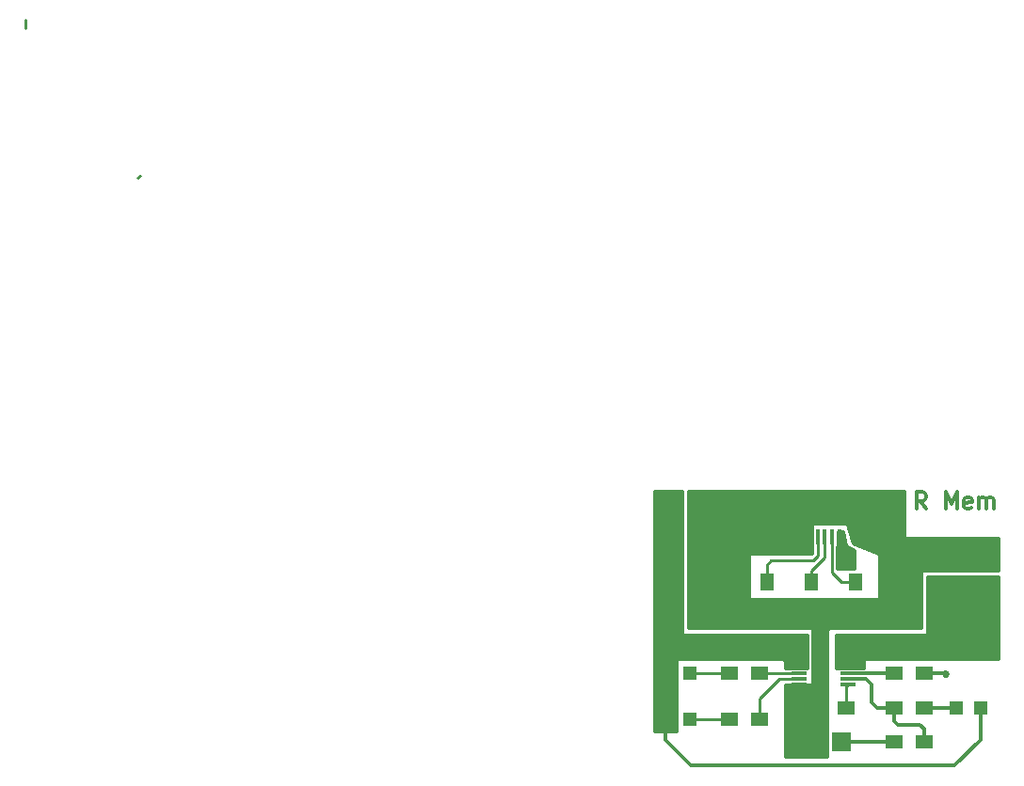
<source format=gbr>
G04 #@! TF.FileFunction,Copper,L1,Top,Signal*
%FSLAX46Y46*%
G04 Gerber Fmt 4.6, Leading zero omitted, Abs format (unit mm)*
G04 Created by KiCad (PCBNEW 4.0.6-e0-6349~53~ubuntu14.04.1) date Sat Mar 25 21:58:17 2017*
%MOMM*%
%LPD*%
G01*
G04 APERTURE LIST*
%ADD10C,0.100000*%
%ADD11C,0.300000*%
%ADD12C,0.685800*%
%ADD13R,1.200000X1.200000*%
%ADD14R,1.500000X1.300000*%
%ADD15R,1.300000X1.500000*%
%ADD16R,1.400000X0.300000*%
%ADD17R,1.700000X1.700000*%
%ADD18O,1.700000X1.700000*%
%ADD19R,2.000000X1.600000*%
%ADD20R,1.900000X1.890000*%
%ADD21R,0.400000X1.350000*%
%ADD22R,1.600000X1.400000*%
%ADD23C,1.600000*%
%ADD24C,0.250000*%
%ADD25C,0.304800*%
%ADD26C,0.254000*%
G04 APERTURE END LIST*
D10*
D11*
X167318858Y-88054571D02*
X166818858Y-87340286D01*
X166461715Y-88054571D02*
X166461715Y-86554571D01*
X167033143Y-86554571D01*
X167176001Y-86626000D01*
X167247429Y-86697429D01*
X167318858Y-86840286D01*
X167318858Y-87054571D01*
X167247429Y-87197429D01*
X167176001Y-87268857D01*
X167033143Y-87340286D01*
X166461715Y-87340286D01*
X169104572Y-88054571D02*
X169104572Y-86554571D01*
X169604572Y-87626000D01*
X170104572Y-86554571D01*
X170104572Y-88054571D01*
X171390286Y-87983143D02*
X171247429Y-88054571D01*
X170961715Y-88054571D01*
X170818858Y-87983143D01*
X170747429Y-87840286D01*
X170747429Y-87268857D01*
X170818858Y-87126000D01*
X170961715Y-87054571D01*
X171247429Y-87054571D01*
X171390286Y-87126000D01*
X171461715Y-87268857D01*
X171461715Y-87411714D01*
X170747429Y-87554571D01*
X172104572Y-88054571D02*
X172104572Y-87054571D01*
X172104572Y-87197429D02*
X172176000Y-87126000D01*
X172318858Y-87054571D01*
X172533143Y-87054571D01*
X172676000Y-87126000D01*
X172747429Y-87268857D01*
X172747429Y-88054571D01*
X172747429Y-87268857D02*
X172818858Y-87126000D01*
X172961715Y-87054571D01*
X173176000Y-87054571D01*
X173318858Y-87126000D01*
X173390286Y-87268857D01*
X173390286Y-88054571D01*
D12*
X172974000Y-99060000D03*
X171958000Y-99060000D03*
X170942000Y-99060000D03*
X172974000Y-98298000D03*
X171958000Y-98298000D03*
X170942000Y-98298000D03*
X172974000Y-97536000D03*
X171958000Y-97536000D03*
X170942000Y-97536000D03*
X169926000Y-99060000D03*
X168910000Y-99060000D03*
X167894000Y-99060000D03*
X169926000Y-98298000D03*
X168910000Y-98298000D03*
X167894000Y-98298000D03*
X169926000Y-97536000D03*
X168910000Y-97536000D03*
X167894000Y-97536000D03*
X169926000Y-96774000D03*
X168910000Y-96774000D03*
X167894000Y-96774000D03*
X173228000Y-101092000D03*
X172212000Y-101092000D03*
X171196000Y-101092000D03*
X170180000Y-101092000D03*
X169164000Y-101092000D03*
X168148000Y-101092000D03*
X167132000Y-101092000D03*
X166116000Y-101092000D03*
X165100000Y-101092000D03*
X164084000Y-101092000D03*
X163068000Y-101092000D03*
X162052000Y-101092000D03*
X173228000Y-99822000D03*
X172212000Y-99822000D03*
X171196000Y-99822000D03*
X170180000Y-99822000D03*
X169164000Y-99822000D03*
X168148000Y-99822000D03*
X167132000Y-99822000D03*
X166116000Y-99822000D03*
X165100000Y-99822000D03*
X164084000Y-99822000D03*
X163068000Y-99822000D03*
X162052000Y-101092000D03*
X162052000Y-99822000D03*
X160782000Y-100076000D03*
X159766000Y-100076000D03*
X170180000Y-92710000D03*
X169164000Y-92710000D03*
X168148000Y-92710000D03*
X167132000Y-92710000D03*
X166116000Y-92710000D03*
X165100000Y-92710000D03*
X164084000Y-92710000D03*
X170180000Y-91948000D03*
X169164000Y-91948000D03*
X168148000Y-91948000D03*
X167132000Y-91948000D03*
X166116000Y-91948000D03*
X165100000Y-91948000D03*
X164084000Y-91948000D03*
X170180000Y-91186000D03*
X169164000Y-91186000D03*
X168148000Y-91186000D03*
X167132000Y-91186000D03*
X166116000Y-91186000D03*
X165100000Y-91186000D03*
X164084000Y-91186000D03*
X164084000Y-90170000D03*
X164084000Y-89408000D03*
X164084000Y-88646000D03*
X164084000Y-87884000D03*
X164084000Y-87122000D03*
X160020000Y-91948000D03*
X165862000Y-98298000D03*
X164846000Y-98298000D03*
X163830000Y-98298000D03*
X162814000Y-98298000D03*
X165862000Y-97536000D03*
X164846000Y-97536000D03*
X163830000Y-97536000D03*
X162814000Y-97536000D03*
X165862000Y-96774000D03*
X164846000Y-96774000D03*
X163830000Y-96774000D03*
X162814000Y-96774000D03*
X155448000Y-106934000D03*
X155448000Y-105664000D03*
X157734000Y-104394000D03*
X157734000Y-103632000D03*
X157734000Y-102870000D03*
X157734000Y-102108000D03*
X157734000Y-101346000D03*
X157734000Y-100584000D03*
X157734000Y-99822000D03*
X157734000Y-99060000D03*
X159004000Y-98044000D03*
X159004000Y-96520000D03*
X154940000Y-98044000D03*
X154940000Y-96520000D03*
X151638000Y-97790000D03*
X150622000Y-97790000D03*
X149606000Y-97790000D03*
X148590000Y-97790000D03*
X147574000Y-97790000D03*
X150876000Y-96774000D03*
X149860000Y-96774000D03*
X150876000Y-96012000D03*
X149860000Y-96012000D03*
X150876000Y-95250000D03*
X149860000Y-95250000D03*
X146558000Y-97790000D03*
X150622000Y-94234000D03*
X149606000Y-94234000D03*
X148590000Y-94234000D03*
X147574000Y-94234000D03*
X146558000Y-94234000D03*
X152654000Y-91440000D03*
X151638000Y-91440000D03*
X150622000Y-91440000D03*
X149606000Y-91440000D03*
X148590000Y-91440000D03*
X147574000Y-91440000D03*
X146558000Y-91440000D03*
X152654000Y-90678000D03*
X151638000Y-90678000D03*
X150622000Y-90678000D03*
X149606000Y-90678000D03*
X148590000Y-90678000D03*
X147574000Y-90678000D03*
X146558000Y-90678000D03*
X152654000Y-89916000D03*
X151638000Y-89916000D03*
X150622000Y-89916000D03*
X149606000Y-89916000D03*
X148590000Y-89916000D03*
X147574000Y-89916000D03*
X146558000Y-89916000D03*
X152654000Y-89154000D03*
X151638000Y-89154000D03*
X150622000Y-89154000D03*
X149606000Y-89154000D03*
X148590000Y-89154000D03*
X147574000Y-89154000D03*
X146558000Y-89154000D03*
X152654000Y-88392000D03*
X151638000Y-88392000D03*
X150622000Y-88392000D03*
X149606000Y-88392000D03*
X148590000Y-88392000D03*
X147574000Y-88392000D03*
X146558000Y-88392000D03*
X152654000Y-87630000D03*
X151638000Y-87630000D03*
X150622000Y-87630000D03*
X149606000Y-87630000D03*
X148590000Y-87630000D03*
X147574000Y-87630000D03*
X146558000Y-87630000D03*
X152654000Y-86868000D03*
X151638000Y-86868000D03*
X150622000Y-86868000D03*
X149606000Y-86868000D03*
X148590000Y-86868000D03*
X147574000Y-86868000D03*
X146558000Y-86868000D03*
X155448000Y-99822000D03*
X154432000Y-101092000D03*
X153416000Y-101092000D03*
X152400000Y-101092000D03*
X151384000Y-101092000D03*
X150368000Y-101092000D03*
X149352000Y-101092000D03*
X148336000Y-101092000D03*
X147320000Y-101092000D03*
X146304000Y-101092000D03*
X145288000Y-101092000D03*
X154432000Y-99822000D03*
X153416000Y-99822000D03*
X152400000Y-99822000D03*
X151384000Y-99822000D03*
X150368000Y-99822000D03*
X149352000Y-99822000D03*
X148336000Y-99822000D03*
X147320000Y-99822000D03*
X146304000Y-99822000D03*
X145288000Y-101092000D03*
X145288000Y-99822000D03*
X144526000Y-105664000D03*
X143510000Y-105664000D03*
X144526000Y-104902000D03*
X143510000Y-104902000D03*
X144526000Y-104140000D03*
X144526000Y-104140000D03*
X143510000Y-104140000D03*
X144526000Y-101600000D03*
X143510000Y-101600000D03*
X144526000Y-100838000D03*
X143510000Y-100838000D03*
X144526000Y-100076000D03*
X143510000Y-100076000D03*
X144526000Y-99314000D03*
X143510000Y-99314000D03*
X144526000Y-98552000D03*
X143510000Y-98552000D03*
X144526000Y-97790000D03*
X144526000Y-97790000D03*
X143510000Y-97790000D03*
X144526000Y-92964000D03*
X143510000Y-92964000D03*
X144526000Y-92202000D03*
X143510000Y-92202000D03*
X144526000Y-92202000D03*
X144526000Y-91440000D03*
X143510000Y-91440000D03*
X144526000Y-90678000D03*
X143510000Y-90678000D03*
X144526000Y-89916000D03*
X143510000Y-89916000D03*
X144526000Y-89154000D03*
X144526000Y-89154000D03*
X143510000Y-89154000D03*
X144526000Y-88392000D03*
X143510000Y-88392000D03*
X143510000Y-87630000D03*
X144526000Y-87630000D03*
X143510000Y-86868000D03*
D13*
X172200000Y-106000000D03*
X170000000Y-106000000D03*
X143900000Y-107000000D03*
X146100000Y-107000000D03*
X143900000Y-102875000D03*
X146100000Y-102875000D03*
D14*
X152350000Y-102875000D03*
X149650000Y-102875000D03*
X152350000Y-107000000D03*
X149650000Y-107000000D03*
X164450000Y-106000000D03*
X167150000Y-106000000D03*
X167150000Y-109000000D03*
X164450000Y-109000000D03*
X167125000Y-102875000D03*
X164425000Y-102875000D03*
X157400000Y-106000000D03*
X160100000Y-106000000D03*
D15*
X161000000Y-97350000D03*
X161000000Y-94650000D03*
X157000000Y-97350000D03*
X157000000Y-94650000D03*
D16*
X155915000Y-101870000D03*
X155915000Y-102370000D03*
X155915000Y-102870000D03*
X155915000Y-103370000D03*
X155915000Y-103870000D03*
X160315000Y-103870000D03*
X160315000Y-103370000D03*
X160315000Y-102870000D03*
X160315000Y-102370000D03*
X160315000Y-101870000D03*
D17*
X159750000Y-109000000D03*
D18*
X157210000Y-109000000D03*
D17*
X172325000Y-95125000D03*
D18*
X172325000Y-92585000D03*
D19*
X144000000Y-96000000D03*
X148000000Y-96000000D03*
X169000000Y-95000000D03*
X165000000Y-95000000D03*
D20*
X157025000Y-87925000D03*
X159425000Y-87925000D03*
D21*
X159525000Y-90600000D03*
X158875000Y-90600000D03*
X158225000Y-90600000D03*
X157575000Y-90600000D03*
X156925000Y-90600000D03*
D22*
X161425000Y-90375000D03*
X155025000Y-90375000D03*
D23*
X161525000Y-87925000D03*
X154925000Y-87925000D03*
D15*
X153000000Y-97350000D03*
X153000000Y-94650000D03*
D12*
X144526000Y-86868000D03*
X169125000Y-102950000D03*
X160075000Y-93100000D03*
X144018000Y-93980000D03*
D24*
X86339600Y-44050300D02*
X86339600Y-44739600D01*
X96600000Y-58050000D02*
X96400000Y-58250000D01*
D25*
X167125000Y-102875000D02*
X169050000Y-102875000D01*
X169050000Y-102875000D02*
X169125000Y-102950000D01*
X167150000Y-106000000D02*
X170000000Y-106000000D01*
D24*
X146100000Y-107000000D02*
X149650000Y-107000000D01*
X146100000Y-102875000D02*
X149650000Y-102875000D01*
X158225000Y-90600000D02*
X158225000Y-92425000D01*
X157000000Y-93650000D02*
X157000000Y-94650000D01*
X158225000Y-92425000D02*
X157000000Y-93650000D01*
X158875000Y-90600000D02*
X158875000Y-93825000D01*
X159700000Y-94650000D02*
X161000000Y-94650000D01*
X158875000Y-93825000D02*
X159700000Y-94650000D01*
D25*
X144143000Y-94105000D02*
X144000000Y-96000000D01*
X144018000Y-93980000D02*
X144143000Y-94105000D01*
X143900000Y-107000000D02*
X143900000Y-108900000D01*
X143900000Y-108900000D02*
X146175000Y-111175000D01*
X146175000Y-111175000D02*
X169850000Y-111175000D01*
X169850000Y-111175000D02*
X172200000Y-108825000D01*
X172200000Y-108825000D02*
X172200000Y-106000000D01*
X164450000Y-109000000D02*
X159750000Y-109000000D01*
X164450000Y-106000000D02*
X162925000Y-106000000D01*
X161945000Y-103370000D02*
X160315000Y-103370000D01*
X162425000Y-103850000D02*
X161945000Y-103370000D01*
X162425000Y-105500000D02*
X162425000Y-103850000D01*
X162925000Y-106000000D02*
X162425000Y-105500000D01*
X167150000Y-109000000D02*
X167150000Y-107875000D01*
X164450000Y-107150000D02*
X164450000Y-106000000D01*
X164800000Y-107500000D02*
X164450000Y-107150000D01*
X166775000Y-107500000D02*
X164800000Y-107500000D01*
X167150000Y-107875000D02*
X166775000Y-107500000D01*
X164425000Y-102875000D02*
X160320000Y-102875000D01*
X160320000Y-102875000D02*
X160315000Y-102870000D01*
D24*
X160100000Y-106000000D02*
X160100000Y-104085000D01*
X160100000Y-104085000D02*
X160315000Y-103870000D01*
X152350000Y-102875000D02*
X155910000Y-102875000D01*
X155910000Y-102875000D02*
X155915000Y-102870000D01*
X155915000Y-103370000D02*
X154155000Y-103370000D01*
X152350000Y-105175000D02*
X152350000Y-107000000D01*
X154155000Y-103370000D02*
X152350000Y-105175000D01*
X157575000Y-90600000D02*
X157575000Y-92250000D01*
X153000000Y-93075000D02*
X153000000Y-94650000D01*
X153400000Y-92675000D02*
X153000000Y-93075000D01*
X157150000Y-92675000D02*
X153400000Y-92675000D01*
X157575000Y-92250000D02*
X157150000Y-92675000D01*
D26*
G36*
X165373000Y-90500000D02*
X165383006Y-90549410D01*
X165411447Y-90591035D01*
X165453841Y-90618315D01*
X165500000Y-90627000D01*
X173820600Y-90627000D01*
X173820600Y-93598000D01*
X167000000Y-93598000D01*
X166950590Y-93608006D01*
X166908965Y-93636447D01*
X166881685Y-93678841D01*
X166873000Y-93725000D01*
X166873000Y-98823000D01*
X158575000Y-98823000D01*
X158525590Y-98833006D01*
X158483965Y-98861447D01*
X158456685Y-98903841D01*
X158448000Y-98950000D01*
X158448000Y-110373000D01*
X154627000Y-110373000D01*
X154627000Y-103827000D01*
X157000000Y-103827000D01*
X157049410Y-103816994D01*
X157091035Y-103788553D01*
X157118315Y-103746159D01*
X157127000Y-103700000D01*
X157127000Y-98950000D01*
X157116994Y-98900590D01*
X157088553Y-98858965D01*
X157046159Y-98831685D01*
X157000000Y-98823000D01*
X145927000Y-98823000D01*
X145927000Y-92250000D01*
X151373000Y-92250000D01*
X151373000Y-96000000D01*
X151383006Y-96049410D01*
X151411447Y-96091035D01*
X151453841Y-96118315D01*
X151500000Y-96127000D01*
X163000000Y-96127000D01*
X163049410Y-96116994D01*
X163091035Y-96088553D01*
X163118315Y-96046159D01*
X163127000Y-96000000D01*
X163127000Y-92250000D01*
X163116994Y-92200590D01*
X163088553Y-92158965D01*
X163050324Y-92133396D01*
X160728429Y-91131315D01*
X160195999Y-89461421D01*
X160171456Y-89417385D01*
X160131715Y-89386367D01*
X160075000Y-89373000D01*
X157250000Y-89373000D01*
X157200590Y-89383006D01*
X157158965Y-89411447D01*
X157131685Y-89453841D01*
X157123000Y-89500000D01*
X157123000Y-89798905D01*
X157112571Y-89814168D01*
X157090127Y-89925000D01*
X157090127Y-91275000D01*
X157109609Y-91378539D01*
X157123000Y-91399349D01*
X157123000Y-92123000D01*
X151500000Y-92123000D01*
X151450590Y-92133006D01*
X151408965Y-92161447D01*
X151381685Y-92203841D01*
X151373000Y-92250000D01*
X145927000Y-92250000D01*
X145927000Y-86454400D01*
X165373000Y-86454400D01*
X165373000Y-90500000D01*
X165373000Y-90500000D01*
G37*
X165373000Y-90500000D02*
X165383006Y-90549410D01*
X165411447Y-90591035D01*
X165453841Y-90618315D01*
X165500000Y-90627000D01*
X173820600Y-90627000D01*
X173820600Y-93598000D01*
X167000000Y-93598000D01*
X166950590Y-93608006D01*
X166908965Y-93636447D01*
X166881685Y-93678841D01*
X166873000Y-93725000D01*
X166873000Y-98823000D01*
X158575000Y-98823000D01*
X158525590Y-98833006D01*
X158483965Y-98861447D01*
X158456685Y-98903841D01*
X158448000Y-98950000D01*
X158448000Y-110373000D01*
X154627000Y-110373000D01*
X154627000Y-103827000D01*
X157000000Y-103827000D01*
X157049410Y-103816994D01*
X157091035Y-103788553D01*
X157118315Y-103746159D01*
X157127000Y-103700000D01*
X157127000Y-98950000D01*
X157116994Y-98900590D01*
X157088553Y-98858965D01*
X157046159Y-98831685D01*
X157000000Y-98823000D01*
X145927000Y-98823000D01*
X145927000Y-92250000D01*
X151373000Y-92250000D01*
X151373000Y-96000000D01*
X151383006Y-96049410D01*
X151411447Y-96091035D01*
X151453841Y-96118315D01*
X151500000Y-96127000D01*
X163000000Y-96127000D01*
X163049410Y-96116994D01*
X163091035Y-96088553D01*
X163118315Y-96046159D01*
X163127000Y-96000000D01*
X163127000Y-92250000D01*
X163116994Y-92200590D01*
X163088553Y-92158965D01*
X163050324Y-92133396D01*
X160728429Y-91131315D01*
X160195999Y-89461421D01*
X160171456Y-89417385D01*
X160131715Y-89386367D01*
X160075000Y-89373000D01*
X157250000Y-89373000D01*
X157200590Y-89383006D01*
X157158965Y-89411447D01*
X157131685Y-89453841D01*
X157123000Y-89500000D01*
X157123000Y-89798905D01*
X157112571Y-89814168D01*
X157090127Y-89925000D01*
X157090127Y-91275000D01*
X157109609Y-91378539D01*
X157123000Y-91399349D01*
X157123000Y-92123000D01*
X151500000Y-92123000D01*
X151450590Y-92133006D01*
X151408965Y-92161447D01*
X151381685Y-92203841D01*
X151373000Y-92250000D01*
X145927000Y-92250000D01*
X145927000Y-86454400D01*
X165373000Y-86454400D01*
X165373000Y-90500000D01*
G36*
X145398000Y-99250000D02*
X145408006Y-99299410D01*
X145436447Y-99341035D01*
X145478841Y-99368315D01*
X145525000Y-99377000D01*
X156623000Y-99377000D01*
X156623000Y-102436747D01*
X156615000Y-102435127D01*
X155215000Y-102435127D01*
X155111461Y-102454609D01*
X155086610Y-102470600D01*
X154627000Y-102470600D01*
X154627000Y-101750000D01*
X154616994Y-101700590D01*
X154588553Y-101658965D01*
X154546159Y-101631685D01*
X154500000Y-101623000D01*
X145000000Y-101623000D01*
X144950590Y-101633006D01*
X144908965Y-101661447D01*
X144881685Y-101703841D01*
X144873000Y-101750000D01*
X144873000Y-108123000D01*
X142877000Y-108123000D01*
X142877000Y-86454400D01*
X145398000Y-86454400D01*
X145398000Y-99250000D01*
X145398000Y-99250000D01*
G37*
X145398000Y-99250000D02*
X145408006Y-99299410D01*
X145436447Y-99341035D01*
X145478841Y-99368315D01*
X145525000Y-99377000D01*
X156623000Y-99377000D01*
X156623000Y-102436747D01*
X156615000Y-102435127D01*
X155215000Y-102435127D01*
X155111461Y-102454609D01*
X155086610Y-102470600D01*
X154627000Y-102470600D01*
X154627000Y-101750000D01*
X154616994Y-101700590D01*
X154588553Y-101658965D01*
X154546159Y-101631685D01*
X154500000Y-101623000D01*
X145000000Y-101623000D01*
X144950590Y-101633006D01*
X144908965Y-101661447D01*
X144881685Y-101703841D01*
X144873000Y-101750000D01*
X144873000Y-108123000D01*
X142877000Y-108123000D01*
X142877000Y-86454400D01*
X145398000Y-86454400D01*
X145398000Y-99250000D01*
G36*
X173873000Y-101573000D02*
X161900000Y-101573000D01*
X161850590Y-101583006D01*
X161808965Y-101611447D01*
X161781685Y-101653841D01*
X161773000Y-101700000D01*
X161773000Y-102423000D01*
X159177000Y-102423000D01*
X159177000Y-99377000D01*
X167300000Y-99377000D01*
X167349410Y-99366994D01*
X167391035Y-99338553D01*
X167418315Y-99296159D01*
X167427000Y-99250000D01*
X167427000Y-94127000D01*
X173873000Y-94127000D01*
X173873000Y-101573000D01*
X173873000Y-101573000D01*
G37*
X173873000Y-101573000D02*
X161900000Y-101573000D01*
X161850590Y-101583006D01*
X161808965Y-101611447D01*
X161781685Y-101653841D01*
X161773000Y-101700000D01*
X161773000Y-102423000D01*
X159177000Y-102423000D01*
X159177000Y-99377000D01*
X167300000Y-99377000D01*
X167349410Y-99366994D01*
X167391035Y-99338553D01*
X167418315Y-99296159D01*
X167427000Y-99250000D01*
X167427000Y-94127000D01*
X173873000Y-94127000D01*
X173873000Y-101573000D01*
G36*
X160150301Y-91349065D02*
X160169488Y-91395684D01*
X160218204Y-91438592D01*
X160898000Y-91778490D01*
X160898000Y-93473000D01*
X159327000Y-93473000D01*
X159327000Y-91401095D01*
X159337429Y-91385832D01*
X159359873Y-91275000D01*
X159359873Y-90027000D01*
X159895166Y-90027000D01*
X160150301Y-91349065D01*
X160150301Y-91349065D01*
G37*
X160150301Y-91349065D02*
X160169488Y-91395684D01*
X160218204Y-91438592D01*
X160898000Y-91778490D01*
X160898000Y-93473000D01*
X159327000Y-93473000D01*
X159327000Y-91401095D01*
X159337429Y-91385832D01*
X159359873Y-91275000D01*
X159359873Y-90027000D01*
X159895166Y-90027000D01*
X160150301Y-91349065D01*
M02*

</source>
